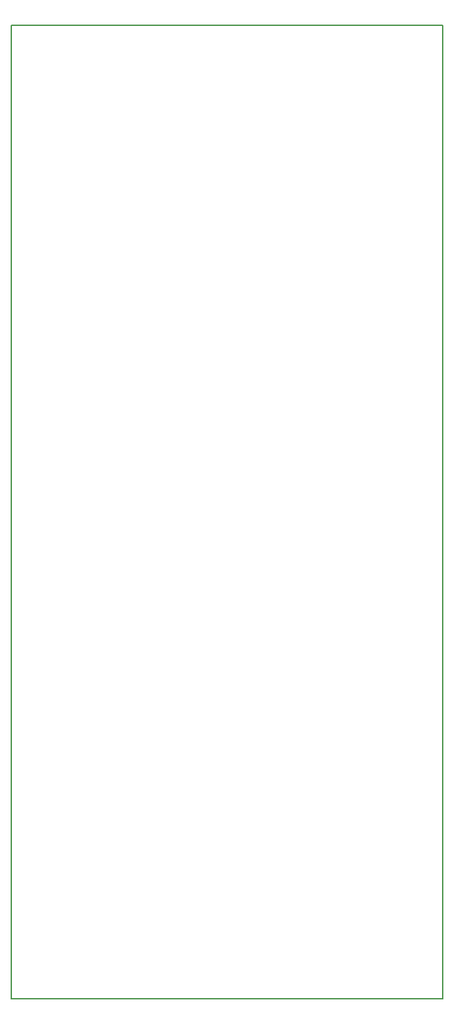
<source format=gko>
G04 Layer_Color=16711935*
%FSLAX24Y24*%
%MOIN*%
G70*
G01*
G75*
%ADD10C,0.0079*%
D10*
X34200Y64450D02*
X55856D01*
X34200Y15631D02*
Y64450D01*
Y15631D02*
X55856D01*
Y64450D01*
M02*

</source>
